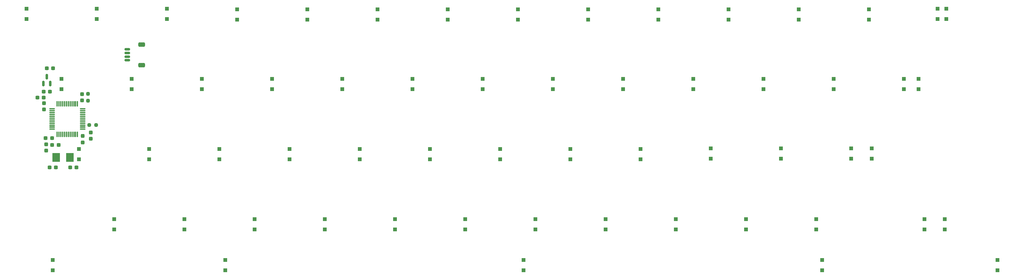
<source format=gbp>
G04 #@! TF.GenerationSoftware,KiCad,Pcbnew,(6.0.1)*
G04 #@! TF.CreationDate,2022-02-20T01:23:08-08:00*
G04 #@! TF.ProjectId,wkl60,776b6c36-302e-46b6-9963-61645f706362,rev?*
G04 #@! TF.SameCoordinates,Original*
G04 #@! TF.FileFunction,Paste,Bot*
G04 #@! TF.FilePolarity,Positive*
%FSLAX46Y46*%
G04 Gerber Fmt 4.6, Leading zero omitted, Abs format (unit mm)*
G04 Created by KiCad (PCBNEW (6.0.1)) date 2022-02-20 01:23:08*
%MOMM*%
%LPD*%
G01*
G04 APERTURE LIST*
G04 Aperture macros list*
%AMRoundRect*
0 Rectangle with rounded corners*
0 $1 Rounding radius*
0 $2 $3 $4 $5 $6 $7 $8 $9 X,Y pos of 4 corners*
0 Add a 4 corners polygon primitive as box body*
4,1,4,$2,$3,$4,$5,$6,$7,$8,$9,$2,$3,0*
0 Add four circle primitives for the rounded corners*
1,1,$1+$1,$2,$3*
1,1,$1+$1,$4,$5*
1,1,$1+$1,$6,$7*
1,1,$1+$1,$8,$9*
0 Add four rect primitives between the rounded corners*
20,1,$1+$1,$2,$3,$4,$5,0*
20,1,$1+$1,$4,$5,$6,$7,0*
20,1,$1+$1,$6,$7,$8,$9,0*
20,1,$1+$1,$8,$9,$2,$3,0*%
G04 Aperture macros list end*
%ADD10RoundRect,0.237500X-0.300000X-0.237500X0.300000X-0.237500X0.300000X0.237500X-0.300000X0.237500X0*%
%ADD11R,1.100000X1.100000*%
%ADD12R,2.000000X2.400000*%
%ADD13RoundRect,0.237500X0.300000X0.237500X-0.300000X0.237500X-0.300000X-0.237500X0.300000X-0.237500X0*%
%ADD14RoundRect,0.237500X0.237500X-0.300000X0.237500X0.300000X-0.237500X0.300000X-0.237500X-0.300000X0*%
%ADD15RoundRect,0.150000X-0.625000X0.150000X-0.625000X-0.150000X0.625000X-0.150000X0.625000X0.150000X0*%
%ADD16RoundRect,0.250000X-0.650000X0.350000X-0.650000X-0.350000X0.650000X-0.350000X0.650000X0.350000X0*%
%ADD17RoundRect,0.075000X0.075000X-0.662500X0.075000X0.662500X-0.075000X0.662500X-0.075000X-0.662500X0*%
%ADD18RoundRect,0.075000X0.662500X-0.075000X0.662500X0.075000X-0.662500X0.075000X-0.662500X-0.075000X0*%
%ADD19RoundRect,0.150000X0.150000X-0.587500X0.150000X0.587500X-0.150000X0.587500X-0.150000X-0.587500X0*%
%ADD20RoundRect,0.237500X-0.237500X0.300000X-0.237500X-0.300000X0.237500X-0.300000X0.237500X0.300000X0*%
%ADD21RoundRect,0.237500X0.237500X-0.250000X0.237500X0.250000X-0.237500X0.250000X-0.237500X-0.250000X0*%
%ADD22RoundRect,0.237500X0.250000X0.237500X-0.250000X0.237500X-0.250000X-0.237500X0.250000X-0.237500X0*%
G04 APERTURE END LIST*
D10*
X88620042Y-144220000D03*
X90345042Y-144220000D03*
D11*
X211983792Y-149945000D03*
X211983792Y-147145000D03*
X278658792Y-168995000D03*
X278658792Y-166195000D03*
X264371292Y-130895000D03*
X264371292Y-128095000D03*
D12*
X91507542Y-149420000D03*
X95207542Y-149420000D03*
D11*
X292946292Y-112032500D03*
X292946292Y-109232500D03*
X254846292Y-112032500D03*
X254846292Y-109232500D03*
X299296292Y-177307500D03*
X299296292Y-180107500D03*
X332633792Y-168995000D03*
X332633792Y-166195000D03*
X154833792Y-149945000D03*
X154833792Y-147145000D03*
X273896292Y-112032500D03*
X273896292Y-109232500D03*
X137371292Y-177307500D03*
X137371292Y-180107500D03*
D10*
X95245042Y-152145000D03*
X96970042Y-152145000D03*
D11*
X192933792Y-149945000D03*
X192933792Y-147145000D03*
X216746292Y-112032500D03*
X216746292Y-109232500D03*
X207221292Y-130895000D03*
X207221292Y-128095000D03*
D13*
X91420042Y-152120000D03*
X89695042Y-152120000D03*
D11*
X202458792Y-168995000D03*
X202458792Y-166195000D03*
X226271292Y-130895000D03*
X226271292Y-128095000D03*
D14*
X98692542Y-145357500D03*
X98692542Y-143632500D03*
D11*
X240558792Y-168995000D03*
X240558792Y-166195000D03*
X325490042Y-130886250D03*
X325490042Y-128086250D03*
D14*
X88138792Y-136438750D03*
X88138792Y-134713750D03*
D11*
X283421292Y-130895000D03*
X283421292Y-128095000D03*
X297708792Y-168995000D03*
X297708792Y-166195000D03*
X259608792Y-168995000D03*
X259608792Y-166195000D03*
X321521292Y-130896250D03*
X321521292Y-128096250D03*
X183408792Y-168995000D03*
X183408792Y-166195000D03*
X90540042Y-177307500D03*
X90540042Y-180107500D03*
X221508792Y-168995000D03*
X221508792Y-166195000D03*
X245321292Y-130895000D03*
X245321292Y-128095000D03*
X116733792Y-149945000D03*
X116733792Y-147145000D03*
X188171292Y-130895000D03*
X188171292Y-128095000D03*
X92921292Y-130895000D03*
X92921292Y-128095000D03*
X311996292Y-112032500D03*
X311996292Y-109232500D03*
X121496292Y-111845000D03*
X121496292Y-109045000D03*
X150071292Y-130895000D03*
X150071292Y-128095000D03*
X97683792Y-149945000D03*
X97683792Y-147145000D03*
X83396292Y-111845000D03*
X83396292Y-109045000D03*
X333003792Y-111838750D03*
X333003792Y-109038750D03*
D15*
X110765042Y-120057500D03*
X110765042Y-121057500D03*
X110765042Y-122057500D03*
X110765042Y-123057500D03*
D16*
X114640042Y-118757500D03*
X114640042Y-124357500D03*
D11*
X145308792Y-168995000D03*
X145308792Y-166195000D03*
X197696292Y-112032500D03*
X197696292Y-109232500D03*
X173883792Y-149945000D03*
X173883792Y-147145000D03*
X302471292Y-130895000D03*
X302471292Y-128095000D03*
D17*
X97258792Y-143182500D03*
X96758792Y-143182500D03*
X96258792Y-143182500D03*
X95758792Y-143182500D03*
X95258792Y-143182500D03*
X94758792Y-143182500D03*
X94258792Y-143182500D03*
X93758792Y-143182500D03*
X93258792Y-143182500D03*
X92758792Y-143182500D03*
X92258792Y-143182500D03*
X91758792Y-143182500D03*
D18*
X90346292Y-141770000D03*
X90346292Y-141270000D03*
X90346292Y-140770000D03*
X90346292Y-140270000D03*
X90346292Y-139770000D03*
X90346292Y-139270000D03*
X90346292Y-138770000D03*
X90346292Y-138270000D03*
X90346292Y-137770000D03*
X90346292Y-137270000D03*
X90346292Y-136770000D03*
X90346292Y-136270000D03*
D17*
X91758792Y-134857500D03*
X92258792Y-134857500D03*
X92758792Y-134857500D03*
X93258792Y-134857500D03*
X93758792Y-134857500D03*
X94258792Y-134857500D03*
X94758792Y-134857500D03*
X95258792Y-134857500D03*
X95758792Y-134857500D03*
X96258792Y-134857500D03*
X96758792Y-134857500D03*
X97258792Y-134857500D03*
D18*
X98671292Y-136270000D03*
X98671292Y-136770000D03*
X98671292Y-137270000D03*
X98671292Y-137770000D03*
X98671292Y-138270000D03*
X98671292Y-138770000D03*
X98671292Y-139270000D03*
X98671292Y-139770000D03*
X98671292Y-140270000D03*
X98671292Y-140770000D03*
X98671292Y-141270000D03*
X98671292Y-141770000D03*
D13*
X88095042Y-133195000D03*
X86370042Y-133195000D03*
D11*
X140546292Y-112032500D03*
X140546292Y-109232500D03*
X135783792Y-149945000D03*
X135783792Y-147145000D03*
X312790042Y-149746250D03*
X312790042Y-146946250D03*
X169121292Y-130895000D03*
X169121292Y-128095000D03*
D19*
X89882542Y-129370000D03*
X87982542Y-129370000D03*
X88932542Y-127495000D03*
D11*
X102446292Y-111845000D03*
X102446292Y-109045000D03*
X346921292Y-177307500D03*
X346921292Y-180107500D03*
D20*
X100838792Y-142651250D03*
X100838792Y-144376250D03*
D11*
X330693792Y-111846250D03*
X330693792Y-109046250D03*
X131021292Y-130895000D03*
X131021292Y-128095000D03*
D14*
X88795042Y-147607500D03*
X88795042Y-145882500D03*
D11*
X327077542Y-168995000D03*
X327077542Y-166195000D03*
X231033792Y-149945000D03*
X231033792Y-147145000D03*
D21*
X100107542Y-134020000D03*
X100107542Y-132195000D03*
D11*
X107208792Y-168995000D03*
X107208792Y-166195000D03*
X178646292Y-112032500D03*
X178646292Y-109232500D03*
X126258792Y-168995000D03*
X126258792Y-166195000D03*
D10*
X90395042Y-146020000D03*
X92120042Y-146020000D03*
D11*
X235796292Y-112032500D03*
X235796292Y-109232500D03*
D22*
X102307542Y-140595000D03*
X100482542Y-140595000D03*
D10*
X88070042Y-131607500D03*
X89795042Y-131607500D03*
D11*
X111971292Y-130895000D03*
X111971292Y-128095000D03*
X164358792Y-168995000D03*
X164358792Y-166195000D03*
X307233792Y-149756250D03*
X307233792Y-146956250D03*
X288183792Y-149757500D03*
X288183792Y-146957500D03*
X250083792Y-149945000D03*
X250083792Y-147145000D03*
X159596292Y-112032500D03*
X159596292Y-109232500D03*
D10*
X88932542Y-125257500D03*
X90657542Y-125257500D03*
D11*
X218333792Y-177307500D03*
X218333792Y-180107500D03*
D20*
X98482542Y-132245000D03*
X98482542Y-133970000D03*
D11*
X269133792Y-149757500D03*
X269133792Y-146957500D03*
M02*

</source>
